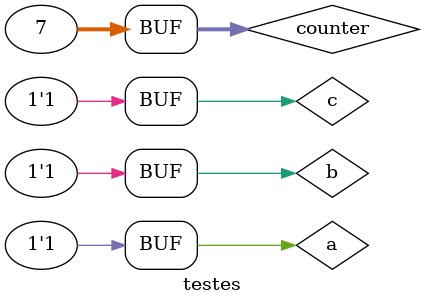
<source format=v>

module paralelo (output s1, output s2, input a1, input b1);
	and AND1 (s1, a1, b1);
	nand NAND1 (s2, a1, b1);
endmodule

//multiplexador 2x1, para selecionar a saida correta
module mux2x1 (output s4, input a3, input b3, input c1);
	wire and1, and2, not1;
	not NOT1(not1, c1);
	and AND1(and1, a3, not1);
	and AND2(and2, b3, c1);
	or OR1(s4, and1, and2);
endmodule

//module com input seletor
module seletor (output s3, input a2, input b2, input c2);
	wire and3, nand1;
	and AND3(and3, a2, b2);
	nand NAND2(nand1, a2, b2);
	mux2x1 MUX1(s3, and3, nand1, c2);
endmodule

module testes;
	
	integer counter;
	reg a, b, c;
	wire s;
	seletor SEL(s, a, b, c);

	initial begin:main;
		a=0; b=0; c=0; counter = 0;
    $display("Guia_07 - Questao 1");
    $display("m | a b c | s");
    $monitor("%0d | %b %b %b | %b", counter, a,b,c,s);
#5 c=1; counter++;
#1 c=0; b=1; counter++;
#1 c=1; b=1; counter++;
#1 c=0; b=0; a=1; counter++;
#1 c=1; b=0; counter++;
#1 c=0; b=1; counter++;
#1 c=1; counter++;
  end 
endmodule

</source>
